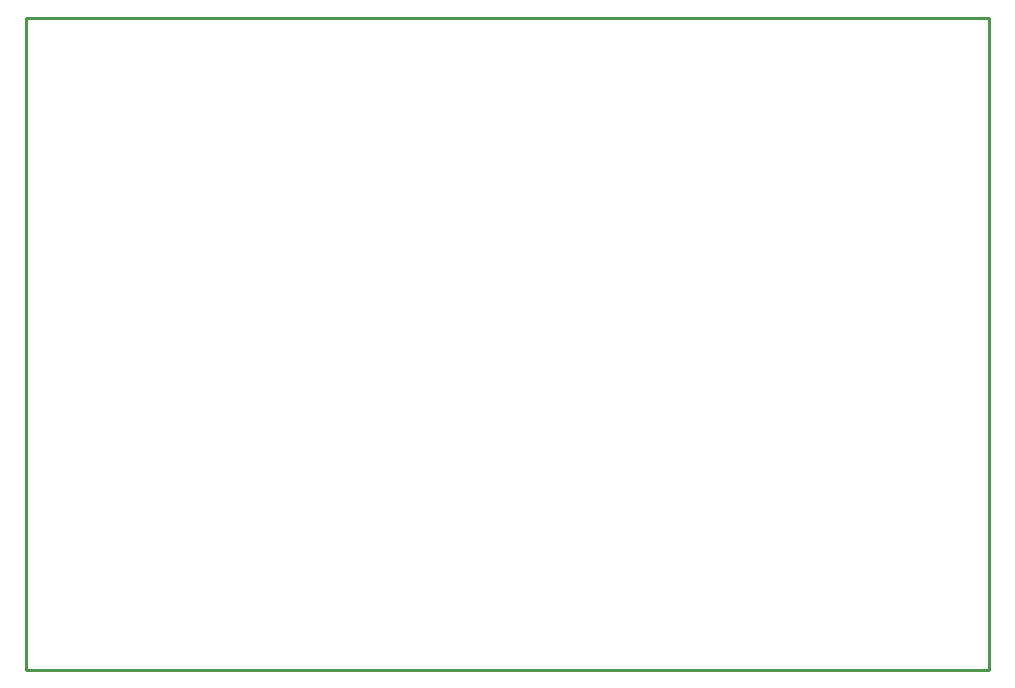
<source format=gko>
G04 Layer: BoardOutlineLayer*
G04 EasyEDA v6.5.1, 2022-03-27 00:01:15*
G04 cc65af8350e74c879d8fba7fd4beee03,7d3f4a13764643a7838717c5c1d40531,10*
G04 Gerber Generator version 0.2*
G04 Scale: 100 percent, Rotated: No, Reflected: No *
G04 Dimensions in inches *
G04 leading zeros omitted , absolute positions ,3 integer and 6 decimal *
%FSLAX36Y36*%
%MOIN*%

%ADD10C,0.0100*%
D10*
X3212500Y2175000D02*
G01*
X3211999Y0D01*
X0Y0D02*
G01*
X0Y2175000D01*
X0Y2175001D02*
G01*
X3211999Y2175001D01*
X3211999Y0D02*
G01*
X0Y0D01*

%LPD*%
M02*

</source>
